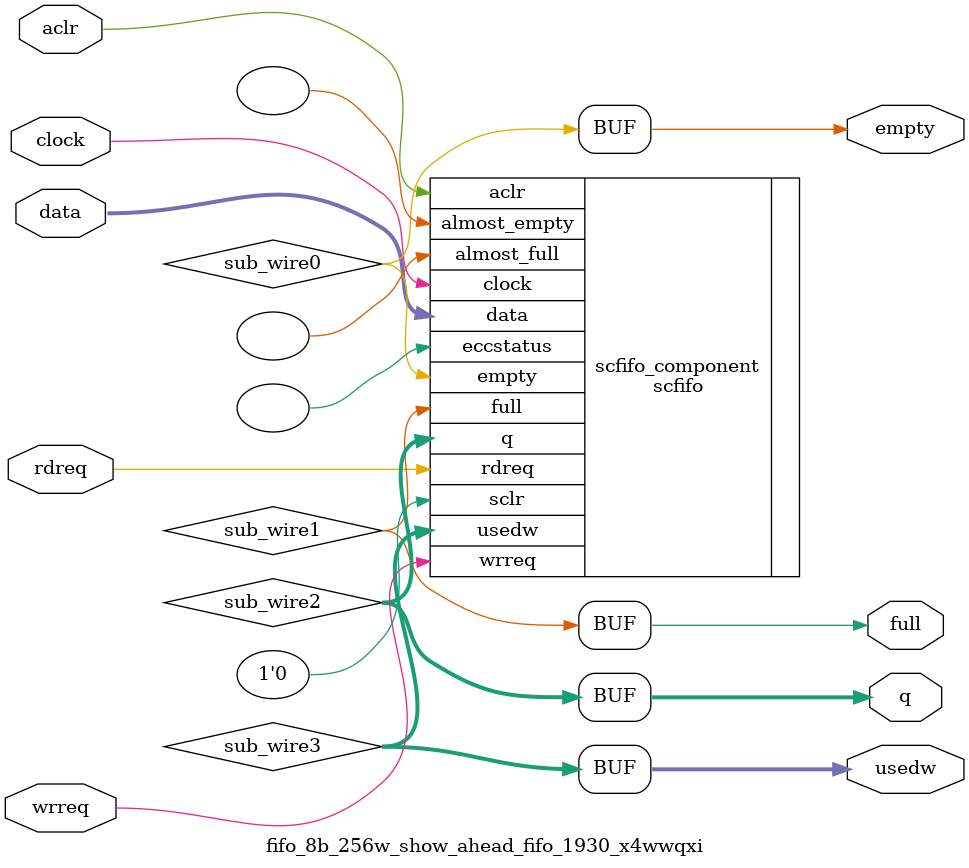
<source format=v>



`timescale 1 ps / 1 ps
// synopsys translate_on
module  fifo_8b_256w_show_ahead_fifo_1930_x4wwqxi  (
    aclr,
    clock,
    data,
    rdreq,
    wrreq,
    empty,
    full,
    q,
    usedw);

    input    aclr;
    input    clock;
    input  [10:0]  data;
    input    rdreq;
    input    wrreq;
    output   empty;
    output   full;
    output [10:0]  q;
    output [7:0]  usedw;

    wire  sub_wire0;
    wire  sub_wire1;
    wire [10:0] sub_wire2;
    wire [7:0] sub_wire3;
    wire  empty = sub_wire0;
    wire  full = sub_wire1;
    wire [10:0] q = sub_wire2[10:0];
    wire [7:0] usedw = sub_wire3[7:0];

    scfifo  scfifo_component (
                .aclr (aclr),
                .clock (clock),
                .data (data),
                .rdreq (rdreq),
                .wrreq (wrreq),
                .empty (sub_wire0),
                .full (sub_wire1),
                .q (sub_wire2),
                .usedw (sub_wire3),
                .almost_empty (),
                .almost_full (),
                .eccstatus (),
                .sclr (1'b0));
    defparam
        scfifo_component.add_ram_output_register  = "OFF",
        scfifo_component.enable_ecc  = "FALSE",
        scfifo_component.intended_device_family  = "Agilex 7",
        scfifo_component.lpm_hint  = "",
        scfifo_component.lpm_numwords  = 256,
        scfifo_component.lpm_showahead  = "ON",
        scfifo_component.lpm_type  = "scfifo",
        scfifo_component.lpm_width  = 11,
        scfifo_component.lpm_widthu  = 8,
        scfifo_component.overflow_checking  = "OFF",
        scfifo_component.underflow_checking  = "OFF",
        scfifo_component.use_eab  = "ON";


endmodule



</source>
